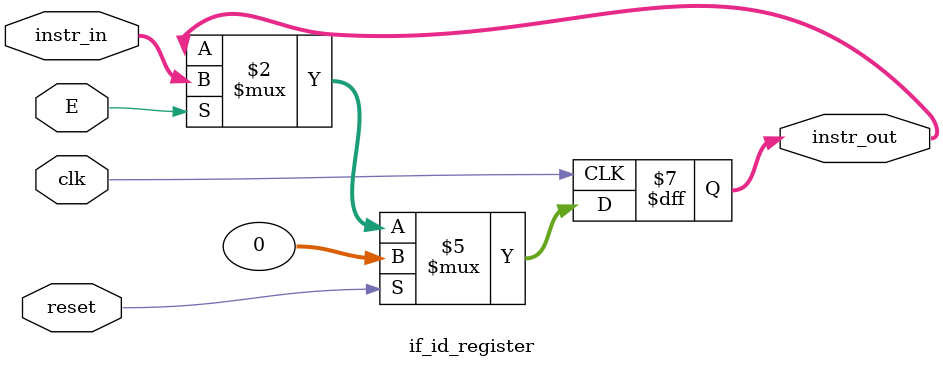
<source format=v>
module if_id_register(
    input wire clk,
    input wire reset,
    input wire E,              // Load enable signal
    input wire [31:0] instr_in,    // Instruction from memory
    output reg [31:0] instr_out    // Instruction to ID stage
);

    // Rising edge triggered with synchronous reset
    always @(posedge clk) begin
        if (reset)
            instr_out <= 32'b0;    // Clear instruction on reset
        else if (E)               // Only load when enabled
            instr_out <= instr_in; // Latch new instruction
    end

endmodule
</source>
